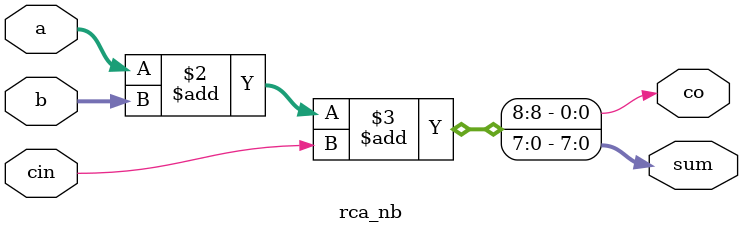
<source format=v>
`timescale 1ns / 1ps


module rca_nb(
    input [n-1:0] a,
    input [n-1:0] b,
    input cin,
    output reg [n-1:0] sum,
    output reg co
    );
	
    parameter n = 8;
    
    always @(a,b,cin)
    begin
       {co,sum} = a + b + cin;    
    end
    
endmodule
</source>
